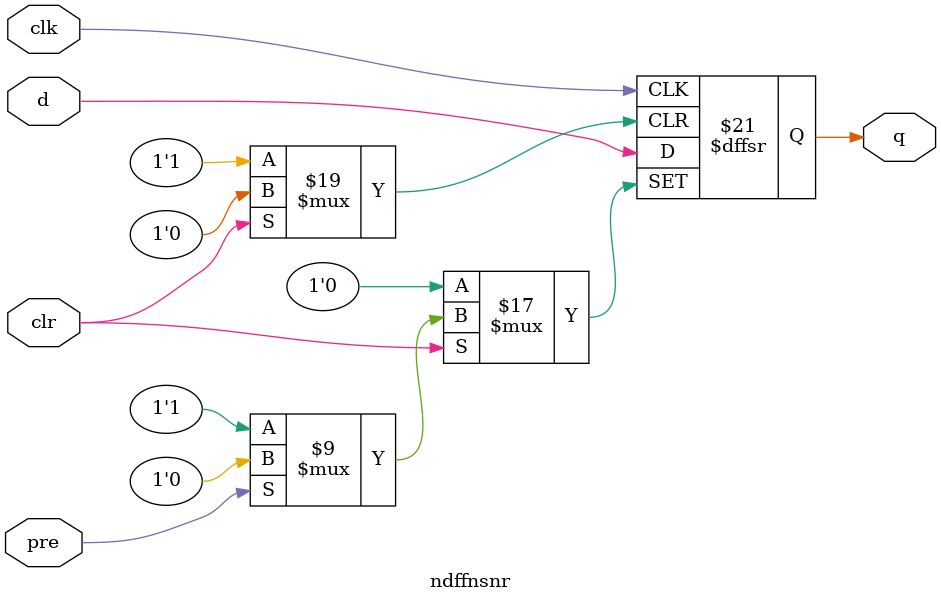
<source format=v>
module dffsr
    ( input d, clk, pre, clr, output reg q );
    initial begin
      q = 0;
    end
	always @( posedge clk, posedge pre, posedge clr )
		if ( clr )
			q <= 1'b0;
		else if ( pre )
			q <= 1'b1;
		else
            q <= d;
endmodule

module ndffnsnr
    ( input d, clk, pre, clr, output reg q );
    initial begin
      q = 0;
    end
	always @( negedge clk, negedge pre, negedge clr )
		if ( !clr )
			q <= 1'b0;
		else if ( !pre )
			q <= 1'b1;
		else
            q <= d;
endmodule

</source>
